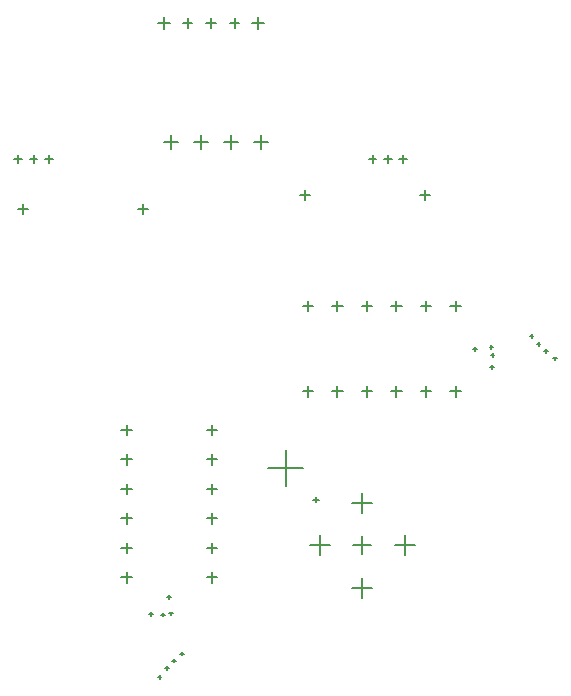
<source format=gbr>
%TF.GenerationSoftware,Altium Limited,Altium Designer,22.7.1 (60)*%
G04 Layer_Color=128*
%FSLAX45Y45*%
%MOMM*%
%TF.SameCoordinates,2E8CAF61-F9F5-4988-A97D-765C0E49F6B8*%
%TF.FilePolarity,Positive*%
%TF.FileFunction,Drillmap*%
%TF.Part,Single*%
G01*
G75*
%TA.AperFunction,NonConductor*%
%ADD70C,0.12700*%
D70*
X732200Y1193800D02*
X817200D01*
X774700Y1151300D02*
Y1236300D01*
X1748200Y1193800D02*
X1833200D01*
X1790700Y1151300D02*
Y1236300D01*
X-415600Y1643874D02*
X-295600D01*
X-355600Y1583874D02*
Y1703874D01*
X-161600Y1643874D02*
X-41600D01*
X-101600Y1583874D02*
Y1703874D01*
X92400Y1643874D02*
X212400D01*
X152400Y1583874D02*
Y1703874D01*
X346400Y1643874D02*
X466400D01*
X406400Y1583874D02*
Y1703874D01*
X334100Y2654301D02*
X434099D01*
X384100Y2604301D02*
Y2704301D01*
X-465900Y2654300D02*
X-365900D01*
X-415900Y2604300D02*
Y2704300D01*
X144100Y2654300D02*
X224100D01*
X184100Y2614300D02*
Y2694300D01*
X-55900Y2654300D02*
X24100D01*
X-15900Y2614300D02*
Y2694300D01*
X-255900Y2654300D02*
X-175900D01*
X-215900Y2614300D02*
Y2694300D01*
X-1655400Y1076849D02*
X-1570400D01*
X-1612900Y1034349D02*
Y1119349D01*
X-639400Y1076849D02*
X-554400D01*
X-596900Y1034349D02*
Y1119349D01*
X-54309Y-790616D02*
X35691D01*
X-9309Y-835616D02*
Y-745616D01*
X-54309Y-1040616D02*
X35691D01*
X-9309Y-1085616D02*
Y-995616D01*
X-54309Y-1290616D02*
X35691D01*
X-9309Y-1335616D02*
Y-1245616D01*
X-54309Y-1540616D02*
X35691D01*
X-9309Y-1585616D02*
Y-1495616D01*
X-54309Y-1790616D02*
X35691D01*
X-9309Y-1835616D02*
Y-1745616D01*
X-54309Y-2040616D02*
X35691D01*
X-9309Y-2085616D02*
Y-1995616D01*
X-776624Y-2040616D02*
X-686624D01*
X-731624Y-2085616D02*
Y-1995616D01*
X-776625Y-1790615D02*
X-686625D01*
X-731625Y-1835615D02*
Y-1745615D01*
X-776624Y-1540616D02*
X-686624D01*
X-731624Y-1585616D02*
Y-1495616D01*
X-776624Y-1290616D02*
X-686624D01*
X-731624Y-1335616D02*
Y-1245616D01*
X-776624Y-1040616D02*
X-686624D01*
X-731624Y-1085616D02*
Y-995616D01*
X-776624Y-790616D02*
X-686624D01*
X-731624Y-835616D02*
Y-745616D01*
X758316Y257391D02*
X848316D01*
X803316Y212391D02*
Y302391D01*
X1008316Y257391D02*
X1098316D01*
X1053316Y212391D02*
Y302391D01*
X1258316Y257391D02*
X1348316D01*
X1303316Y212391D02*
Y302391D01*
X1508316Y257391D02*
X1598316D01*
X1553316Y212391D02*
Y302391D01*
X1758316Y257390D02*
X1848316D01*
X1803316Y212390D02*
Y302390D01*
X2008316Y257391D02*
X2098316D01*
X2053316Y212391D02*
Y302391D01*
X2008316Y-464925D02*
X2098316D01*
X2053316Y-509925D02*
Y-419925D01*
X1758315Y-464925D02*
X1848315D01*
X1803315Y-509925D02*
Y-419925D01*
X1508316Y-464924D02*
X1598316D01*
X1553316Y-509924D02*
Y-419924D01*
X1258316Y-464925D02*
X1348316D01*
X1303316Y-509925D02*
Y-419925D01*
X1008316Y-464924D02*
X1098316D01*
X1053316Y-509924D02*
Y-419924D01*
X758316Y-464924D02*
X848316D01*
X803316Y-509924D02*
Y-419924D01*
X1188614Y-1766751D02*
X1338614D01*
X1263614Y-1841751D02*
Y-1691751D01*
X819403Y-1766751D02*
X989403D01*
X904403Y-1851751D02*
Y-1681752D01*
X1178615Y-2125962D02*
X1348615D01*
X1263615Y-2210962D02*
Y-2040962D01*
X1537826Y-1766753D02*
X1707826D01*
X1622826Y-1851752D02*
Y-1681753D01*
X1178616Y-1407541D02*
X1348615D01*
X1263615Y-1492541D02*
Y-1322541D01*
X-1422121Y1502263D02*
X-1357121D01*
X-1389621Y1469763D02*
Y1534763D01*
X-1552121Y1502263D02*
X-1487121D01*
X-1519621Y1469763D02*
Y1534763D01*
X-1682121Y1502263D02*
X-1617121D01*
X-1649621Y1469763D02*
Y1534763D01*
X1317880Y1502263D02*
X1382880D01*
X1350380Y1469763D02*
Y1534763D01*
X1447879Y1502263D02*
X1512879D01*
X1480379Y1469763D02*
Y1534763D01*
X1577879Y1502263D02*
X1642879D01*
X1610379Y1469763D02*
Y1534763D01*
X-467917Y-2882234D02*
X-437917D01*
X-452917Y-2897234D02*
Y-2867234D01*
X-344059Y-2743579D02*
X-314059D01*
X-329059Y-2758579D02*
Y-2728580D01*
X-541255Y-2349743D02*
X-511255D01*
X-526255Y-2364743D02*
Y-2334743D01*
X-369067Y-2343814D02*
X-339067D01*
X-354067Y-2358814D02*
Y-2328814D01*
X-275454Y-2684559D02*
X-245454D01*
X-260454Y-2699559D02*
Y-2669559D01*
X-403248Y-2804960D02*
X-373248D01*
X-388248Y-2819960D02*
Y-2789960D01*
X2879934Y-186217D02*
X2909934D01*
X2894934Y-201217D02*
Y-171217D01*
X2741279Y-62359D02*
X2771279D01*
X2756279Y-77359D02*
Y-47359D01*
X2347444Y-259555D02*
X2377444D01*
X2362444Y-274555D02*
Y-244555D01*
X2341514Y-87367D02*
X2371514D01*
X2356514Y-102367D02*
Y-72367D01*
X2682259Y6246D02*
X2712259D01*
X2697259Y-8754D02*
Y21246D01*
X2802660Y-121548D02*
X2832660D01*
X2817660Y-136548D02*
Y-106548D01*
X-438593Y-2354872D02*
X-408593D01*
X-423593Y-2369872D02*
Y-2339872D01*
X-386691Y-2205656D02*
X-356691D01*
X-371691Y-2220656D02*
Y-2190656D01*
X2352573Y-156893D02*
X2382573D01*
X2367573Y-171893D02*
Y-141893D01*
X2203356Y-104991D02*
X2233356D01*
X2218356Y-119991D02*
Y-89991D01*
X465379Y-1113638D02*
X765379D01*
X615379Y-1263638D02*
Y-963638D01*
X844379Y-1380337D02*
X894379D01*
X869379Y-1405337D02*
Y-1355337D01*
%TF.MD5,d63101c549ef4c4f30ad9c980d58e8d9*%
M02*

</source>
